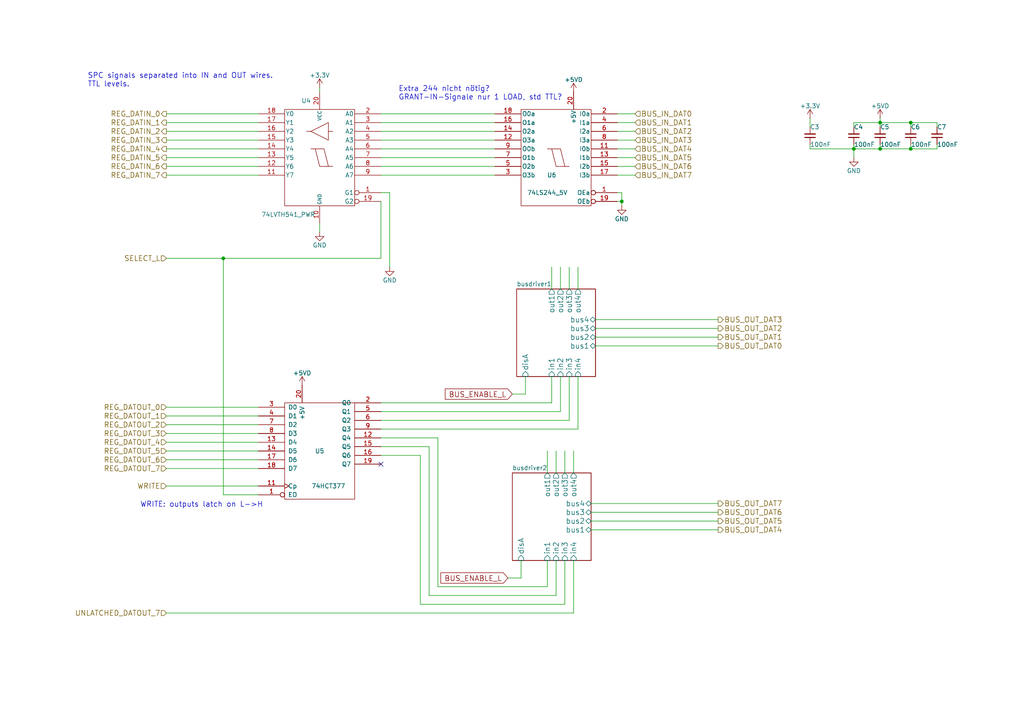
<source format=kicad_sch>
(kicad_sch (version 20231120) (generator "eeschema") (generator_version "8.0")
  (paper "A4")
  (lib_symbols
    (symbol "Device:C_Small" (pin_numbers hide) (pin_names (offset 0.254) hide)
      (property "Reference" "C" (at 0.254 1.778 0))
      (property "Value" "C_Small" (at 0.254 -2.032 0))
      (symbol "C_Small_0_1"
        (polyline (pts (xy -1.524 -0.508) (xy 1.524 -0.508)) (stroke (width 0.3302)))
        (polyline (pts (xy -1.524 0.508) (xy 1.524 0.508)) (stroke (width 0.3048)))
      )
      (symbol "C_Small_1_1"
        (pin passive line (at 0 2.54 270) (length 2.032) (name "~") (number "1"))
        (pin passive line (at 0 -2.54 90) (length 2.032) (name "~") (number "2"))
      )
    )
    (symbol "jh:74LS244_5V" (pin_names (offset 0.254))
      (property "Reference" "U" (at 1.27 -5.08 0))
      (property "Value" "74LS244_5V" (at 2.54 -10.16 0))
      (symbol "74LS244_5V_0_0"
        (pin power_in line (at -7.62 -13.97 90) (length 0) hide (name "GND") (number "10"))
        (pin power_in line (at -5.08 19.05 270) (length 5.0038) (name "+5V") (number "20"))
      )
      (symbol "74LS244_5V_0_1"
        (rectangle (start -10.16 13.97) (end 10.16 -13.97))
        (polyline (pts (xy 1.27 2.54) (xy 0 -2.54) (xy -2.54 -2.54)))
        (polyline (pts (xy 2.54 2.54) (xy -1.27 2.54) (xy -2.54 -2.54) (xy -3.81 -2.54)))
      )
      (symbol "74LS244_5V_1_1"
        (pin input inverted (at -17.78 -10.16 0) (length 7.62) (name "OEa") (number "1"))
        (pin input line (at -17.78 2.54 0) (length 7.62) (name "I0b") (number "11"))
        (pin tri_state line (at 17.78 5.08 180) (length 7.62) (name "O3a") (number "12"))
        (pin input line (at -17.78 0 0) (length 7.62) (name "I1b") (number "13"))
        (pin tri_state line (at 17.78 7.62 180) (length 7.62) (name "O2a") (number "14"))
        (pin input line (at -17.78 -2.54 0) (length 7.62) (name "I2b") (number "15"))
        (pin tri_state line (at 17.78 10.16 180) (length 7.62) (name "O1a") (number "16"))
        (pin input line (at -17.78 -5.08 0) (length 7.62) (name "I3b") (number "17"))
        (pin tri_state line (at 17.78 12.7 180) (length 7.62) (name "O0a") (number "18"))
        (pin input inverted (at -17.78 -12.7 0) (length 7.62) (name "OEb") (number "19"))
        (pin input line (at -17.78 12.7 0) (length 7.62) (name "I0a") (number "2"))
        (pin tri_state line (at 17.78 -5.08 180) (length 7.62) (name "O3b") (number "3"))
        (pin input line (at -17.78 10.16 0) (length 7.62) (name "I1a") (number "4"))
        (pin tri_state line (at 17.78 -2.54 180) (length 7.62) (name "O2b") (number "5"))
        (pin input line (at -17.78 7.62 0) (length 7.62) (name "I2a") (number "6"))
        (pin tri_state line (at 17.78 0 180) (length 7.62) (name "O1b") (number "7"))
        (pin input line (at -17.78 5.08 0) (length 7.62) (name "I3a") (number "8"))
        (pin tri_state line (at 17.78 2.54 180) (length 7.62) (name "O0b") (number "9"))
      )
    )
    (symbol "jh:74LS377_5V" (pin_names (offset 1.016))
      (property "Reference" "U" (at 0 0 0))
      (property "Value" "74LS377_5V" (at 2.54 -10.16 0))
      (symbol "74LS377_5V_0_0"
        (pin power_in line (at -7.62 -13.97 90) (length 0) hide (name "GND") (number "10"))
        (pin power_in line (at -5.08 19.05 270) (length 5.0038) (name "+5V") (number "20"))
      )
      (symbol "74LS377_5V_0_1"
        (rectangle (start -10.16 13.97) (end 10.16 -13.97))
      )
      (symbol "74LS377_5V_1_1"
        (pin input inverted (at -17.78 -12.7 0) (length 7.62) (name "EO") (number "1"))
        (pin input clock (at -17.78 -10.16 0) (length 7.62) (name "Cp") (number "11"))
        (pin output line (at 17.78 3.81 180) (length 7.62) (name "Q4") (number "12"))
        (pin input line (at -17.78 2.54 0) (length 7.62) (name "D4") (number "13"))
        (pin input line (at -17.78 0 0) (length 7.62) (name "D5") (number "14"))
        (pin output line (at 17.78 1.27 180) (length 7.62) (name "Q5") (number "15"))
        (pin output line (at 17.78 -1.27 180) (length 7.62) (name "Q6") (number "16"))
        (pin input line (at -17.78 -2.54 0) (length 7.62) (name "D6") (number "17"))
        (pin input line (at -17.78 -5.08 0) (length 7.62) (name "D7") (number "18"))
        (pin output line (at 17.78 -3.81 180) (length 7.62) (name "Q7") (number "19"))
        (pin output line (at 17.78 13.97 180) (length 7.62) (name "Q0") (number "2"))
        (pin input line (at -17.78 12.7 0) (length 7.62) (name "D0") (number "3"))
        (pin input line (at -17.78 10.16 0) (length 7.62) (name "D1") (number "4"))
        (pin output line (at 17.78 11.43 180) (length 7.62) (name "Q1") (number "5"))
        (pin output line (at 17.78 8.89 180) (length 7.62) (name "Q2") (number "6"))
        (pin input line (at -17.78 7.62 0) (length 7.62) (name "D2") (number "7"))
        (pin input line (at -17.78 5.08 0) (length 7.62) (name "D3") (number "8"))
        (pin output line (at 17.78 6.35 180) (length 7.62) (name "Q3") (number "9"))
      )
    )
    (symbol "jh:74LVTH541_PWR" (pin_names (offset 0.254))
      (property "Reference" "U" (at 2.54 16.51 0))
      (property "Value" "74LVTH541_PWR" (at 1.27 -16.51 0))
      (symbol "74LVTH541_PWR_0_0"
        (pin power_in line (at 0 -19.05 90) (length 5.08) (name "GND") (number "10"))
        (pin power_in line (at 0 19.05 270) (length 5.08) (name "VCC") (number "20"))
      )
      (symbol "74LVTH541_PWR_0_1"
        (rectangle (start -10.16 13.97) (end 10.16 -13.97))
        (polyline (pts (xy -2.54 7.62) (xy -3.81 7.62)))
        (polyline (pts (xy 2.54 7.62) (xy 3.81 7.62)))
        (polyline (pts (xy 1.27 2.54) (xy 0 -2.54) (xy -2.54 -2.54)))
        (polyline (pts (xy -2.54 10.16) (xy -2.54 5.08) (xy 2.54 7.62) (xy -2.54 10.16)))
        (polyline (pts (xy 2.54 2.54) (xy -1.27 2.54) (xy -2.54 -2.54) (xy -3.81 -2.54)))
      )
      (symbol "74LVTH541_PWR_1_1"
        (pin input inverted (at -17.78 -10.16 0) (length 7.62) (name "G1") (number "1"))
        (pin tri_state line (at 17.78 -5.08 180) (length 7.62) (name "Y7") (number "11"))
        (pin tri_state line (at 17.78 -2.54 180) (length 7.62) (name "Y6") (number "12"))
        (pin tri_state line (at 17.78 0 180) (length 7.62) (name "Y5") (number "13"))
        (pin tri_state line (at 17.78 2.54 180) (length 7.62) (name "Y4") (number "14"))
        (pin tri_state line (at 17.78 5.08 180) (length 7.62) (name "Y3") (number "15"))
        (pin tri_state line (at 17.78 7.62 180) (length 7.62) (name "Y2") (number "16"))
        (pin tri_state line (at 17.78 10.16 180) (length 7.62) (name "Y1") (number "17"))
        (pin tri_state line (at 17.78 12.7 180) (length 7.62) (name "Y0") (number "18"))
        (pin input inverted (at -17.78 -12.7 0) (length 7.62) (name "G2") (number "19"))
        (pin input line (at -17.78 12.7 0) (length 7.62) (name "A0") (number "2"))
        (pin input line (at -17.78 10.16 0) (length 7.62) (name "A1") (number "3"))
        (pin input line (at -17.78 7.62 0) (length 7.62) (name "A2") (number "4"))
        (pin input line (at -17.78 5.08 0) (length 7.62) (name "A3") (number "5"))
        (pin input line (at -17.78 2.54 0) (length 7.62) (name "A4") (number "6"))
        (pin input line (at -17.78 0 0) (length 7.62) (name "A5") (number "7"))
        (pin input line (at -17.78 -2.54 0) (length 7.62) (name "A6") (number "8"))
        (pin input line (at -17.78 -5.08 0) (length 7.62) (name "A7") (number "9"))
      )
    )
    (symbol "power:+3.3V" (power) (pin_numbers hide) (pin_names (offset 0) hide)
      (property "Value" "+3.3V" (at 0 3.556 0))
      (symbol "+3.3V_0_1"
        (polyline (pts (xy -0.762 1.27) (xy 0 2.54)))
        (polyline (pts (xy 0 0) (xy 0 2.54)))
        (polyline (pts (xy 0 2.54) (xy 0.762 1.27)))
      )
      (symbol "+3.3V_1_1"
        (pin power_in line (at 0 0 90) (length 0) (name "~") (number "1"))
      )
    )
    (symbol "power:+5VD" (power) (pin_numbers hide) (pin_names (offset 0) hide)
      (property "Value" "+5VD" (at 0 3.556 0))
      (symbol "+5VD_0_1"
        (polyline (pts (xy -0.762 1.27) (xy 0 2.54)))
        (polyline (pts (xy 0 0) (xy 0 2.54)))
        (polyline (pts (xy 0 2.54) (xy 0.762 1.27)))
      )
      (symbol "+5VD_1_1"
        (pin power_in line (at 0 0 90) (length 0) (name "~") (number "1"))
      )
    )
    (symbol "power:GND" (power) (pin_numbers hide) (pin_names (offset 0) hide)
      (property "Value" "GND" (at 0 -3.81 0))
      (symbol "GND_0_1"
        (polyline (pts (xy 0 0) (xy 0 -1.27) (xy 1.27 -1.27) (xy 0 -2.54) (xy -1.27 -1.27) (xy 0 -1.27)))
      )
      (symbol "GND_1_1"
        (pin power_in line (at 0 0 270) (length 0) (name "~") (number "1"))
      )
    )
  )
  (junction (at 180.34 58.42))
  (junction (at 247.65 43.18))
  (junction (at 64.77 74.93))
  (junction (at 255.27 43.18))
  (junction (at 264.16 43.18))
  (junction (at 255.27 35.56))
  (junction (at 264.16 35.56))
  (no_connect (at 110.49 134.62))
  (wire (pts (xy 48.26 177.8) (xy 166.37 177.8)))
  (wire (pts (xy 110.49 38.1) (xy 143.51 38.1)))
  (wire (pts (xy 127 170.18) (xy 127 127)))
  (wire (pts (xy 92.71 64.77) (xy 92.71 67.31)))
  (wire (pts (xy 48.26 120.65) (xy 74.93 120.65)))
  (wire (pts (xy 48.26 133.35) (xy 74.93 133.35)))
  (wire (pts (xy 74.93 135.89) (xy 48.26 135.89)))
  (wire (pts (xy 48.26 74.93) (xy 64.77 74.93)))
  (wire (pts (xy 171.45 148.59) (xy 208.28 148.59)))
  (wire (pts (xy 48.26 130.81) (xy 74.93 130.81)))
  (wire (pts (xy 121.92 132.08) (xy 110.49 132.08)))
  (wire (pts (xy 151.13 167.64) (xy 151.13 162.56)))
  (wire (pts (xy 179.07 40.64) (xy 184.15 40.64)))
  (wire (pts (xy 148.59 114.3) (xy 152.4 114.3)))
  (wire (pts (xy 127 127) (xy 110.49 127)))
  (wire (pts (xy 110.49 35.56) (xy 143.51 35.56)))
  (wire (pts (xy 172.72 97.79) (xy 208.28 97.79)))
  (wire (pts (xy 64.77 74.93) (xy 110.49 74.93)))
  (wire (pts (xy 184.15 45.72) (xy 179.07 45.72)))
  (wire (pts (xy 162.56 119.38) (xy 162.56 109.22)))
  (wire (pts (xy 165.1 77.47) (xy 165.1 83.82)))
  (wire (pts (xy 152.4 109.22) (xy 152.4 114.3)))
  (wire (pts (xy 147.32 167.64) (xy 151.13 167.64)))
  (wire (pts (xy 110.49 43.18) (xy 143.51 43.18)))
  (wire (pts (xy 264.16 35.56) (xy 271.78 35.56)))
  (wire (pts (xy 158.75 162.56) (xy 158.75 170.18)))
  (wire (pts (xy 171.45 153.67) (xy 208.28 153.67)))
  (wire (pts (xy 167.64 124.46) (xy 167.64 109.22)))
  (wire (pts (xy 110.49 74.93) (xy 110.49 58.42)))
  (wire (pts (xy 255.27 35.56) (xy 255.27 36.83)))
  (wire (pts (xy 264.16 35.56) (xy 264.16 36.83)))
  (wire (pts (xy 255.27 43.18) (xy 264.16 43.18)))
  (wire (pts (xy 48.26 45.72) (xy 74.93 45.72)))
  (wire (pts (xy 180.34 58.42) (xy 179.07 58.42)))
  (wire (pts (xy 48.26 40.64) (xy 74.93 40.64)))
  (wire (pts (xy 124.46 129.54) (xy 110.49 129.54)))
  (wire (pts (xy 110.49 40.64) (xy 143.51 40.64)))
  (wire (pts (xy 184.15 50.8) (xy 179.07 50.8)))
  (wire (pts (xy 163.83 175.26) (xy 163.83 162.56)))
  (wire (pts (xy 110.49 119.38) (xy 162.56 119.38)))
  (wire (pts (xy 121.92 175.26) (xy 163.83 175.26)))
  (wire (pts (xy 179.07 38.1) (xy 184.15 38.1)))
  (wire (pts (xy 48.26 48.26) (xy 74.93 48.26)))
  (wire (pts (xy 113.03 55.88) (xy 113.03 77.47)))
  (wire (pts (xy 271.78 43.18) (xy 271.78 41.91)))
  (wire (pts (xy 172.72 95.25) (xy 208.28 95.25)))
  (wire (pts (xy 171.45 146.05) (xy 208.28 146.05)))
  (wire (pts (xy 158.75 170.18) (xy 127 170.18)))
  (wire (pts (xy 179.07 33.02) (xy 184.15 33.02)))
  (wire (pts (xy 121.92 175.26) (xy 121.92 132.08)))
  (wire (pts (xy 247.65 43.18) (xy 247.65 45.72)))
  (wire (pts (xy 110.49 33.02) (xy 143.51 33.02)))
  (wire (pts (xy 179.07 43.18) (xy 184.15 43.18)))
  (wire (pts (xy 247.65 35.56) (xy 255.27 35.56)))
  (wire (pts (xy 124.46 172.72) (xy 124.46 129.54)))
  (wire (pts (xy 160.02 77.47) (xy 160.02 83.82)))
  (wire (pts (xy 167.64 77.47) (xy 167.64 83.82)))
  (wire (pts (xy 92.71 25.4) (xy 92.71 26.67)))
  (wire (pts (xy 48.26 33.02) (xy 74.93 33.02)))
  (wire (pts (xy 158.75 130.81) (xy 158.75 137.16)))
  (wire (pts (xy 48.26 123.19) (xy 74.93 123.19)))
  (wire (pts (xy 180.34 58.42) (xy 180.34 59.69)))
  (wire (pts (xy 143.51 48.26) (xy 110.49 48.26)))
  (wire (pts (xy 264.16 43.18) (xy 271.78 43.18)))
  (wire (pts (xy 110.49 55.88) (xy 113.03 55.88)))
  (wire (pts (xy 247.65 36.83) (xy 247.65 35.56)))
  (wire (pts (xy 255.27 34.29) (xy 255.27 35.56)))
  (wire (pts (xy 162.56 77.47) (xy 162.56 83.82)))
  (wire (pts (xy 255.27 41.91) (xy 255.27 43.18)))
  (wire (pts (xy 48.26 128.27) (xy 74.93 128.27)))
  (wire (pts (xy 110.49 124.46) (xy 167.64 124.46)))
  (wire (pts (xy 166.37 130.81) (xy 166.37 137.16)))
  (wire (pts (xy 64.77 143.51) (xy 64.77 74.93)))
  (wire (pts (xy 180.34 55.88) (xy 179.07 55.88)))
  (wire (pts (xy 124.46 172.72) (xy 161.29 172.72)))
  (wire (pts (xy 247.65 41.91) (xy 247.65 43.18)))
  (wire (pts (xy 48.26 43.18) (xy 74.93 43.18)))
  (wire (pts (xy 48.26 38.1) (xy 74.93 38.1)))
  (wire (pts (xy 110.49 121.92) (xy 165.1 121.92)))
  (wire (pts (xy 48.26 50.8) (xy 74.93 50.8)))
  (wire (pts (xy 48.26 118.11) (xy 74.93 118.11)))
  (wire (pts (xy 180.34 55.88) (xy 180.34 58.42)))
  (wire (pts (xy 160.02 109.22) (xy 160.02 116.84)))
  (wire (pts (xy 110.49 45.72) (xy 143.51 45.72)))
  (wire (pts (xy 234.95 43.18) (xy 234.95 41.91)))
  (wire (pts (xy 166.37 177.8) (xy 166.37 162.56)))
  (wire (pts (xy 172.72 92.71) (xy 208.28 92.71)))
  (wire (pts (xy 48.26 125.73) (xy 74.93 125.73)))
  (wire (pts (xy 234.95 43.18) (xy 247.65 43.18)))
  (wire (pts (xy 184.15 48.26) (xy 179.07 48.26)))
  (wire (pts (xy 74.93 143.51) (xy 64.77 143.51)))
  (wire (pts (xy 234.95 34.29) (xy 234.95 36.83)))
  (wire (pts (xy 271.78 35.56) (xy 271.78 36.83)))
  (wire (pts (xy 48.26 35.56) (xy 74.93 35.56)))
  (wire (pts (xy 161.29 172.72) (xy 161.29 162.56)))
  (wire (pts (xy 165.1 121.92) (xy 165.1 109.22)))
  (wire (pts (xy 163.83 130.81) (xy 163.83 137.16)))
  (wire (pts (xy 255.27 35.56) (xy 264.16 35.56)))
  (wire (pts (xy 247.65 43.18) (xy 255.27 43.18)))
  (wire (pts (xy 172.72 100.33) (xy 208.28 100.33)))
  (wire (pts (xy 160.02 116.84) (xy 110.49 116.84)))
  (wire (pts (xy 161.29 130.81) (xy 161.29 137.16)))
  (wire (pts (xy 110.49 50.8) (xy 143.51 50.8)))
  (wire (pts (xy 179.07 35.56) (xy 184.15 35.56)))
  (wire (pts (xy 171.45 151.13) (xy 208.28 151.13)))
  (wire (pts (xy 264.16 43.18) (xy 264.16 41.91)))
  (wire (pts (xy 74.93 140.97) (xy 48.26 140.97)))
  (text "WRITE: outputs latch on L->H" (at 40.64 147.32 0) (effects (font (size 1.524 1.524)) (justify left bottom)))
  (text "SPC signals separated into IN and OUT wires.\nTTL levels." (at 25.4 25.4 0) (effects (font (size 1.524 1.524)) (justify left bottom)))
  (text "Extra 244 nicht nötig?\nGRANT-IN-Signale nur 1 LOAD, std TTL?" (at 115.57 29.21 0) (effects (font (size 1.524 1.524)) (justify left bottom)))
  (global_label "BUS_ENABLE_L" (shape input) (at 148.59 114.3 180) (effects (font (size 1.524 1.524))) (property "Intersheetrefs" "${INTERSHEET_REFS}" (effects (hide yes))))
  (global_label "BUS_ENABLE_L" (shape input) (at 147.32 167.64 180) (effects (font (size 1.524 1.524))) (property "Intersheetrefs" "${INTERSHEET_REFS}" (effects (hide yes))))
  (hierarchical_label "REG_DATOUT_5" (shape input) (at 48.26 130.81 180) (effects (font (size 1.4986 1.4986))))
  (hierarchical_label "BUS_IN_DAT4" (shape input) (at 184.15 43.18 0) (effects (font (size 1.524 1.524))))
  (hierarchical_label "BUS_IN_DAT7" (shape input) (at 184.15 50.8 0) (effects (font (size 1.524 1.524))))
  (hierarchical_label "BUS_OUT_DAT3" (shape output) (at 208.28 92.71 0) (effects (font (size 1.524 1.524))))
  (hierarchical_label "REG_DATIN_4" (shape output) (at 48.26 43.18 180) (effects (font (size 1.4986 1.4986))))
  (hierarchical_label "BUS_OUT_DAT1" (shape output) (at 208.28 97.79 0) (effects (font (size 1.524 1.524))))
  (hierarchical_label "REG_DATOUT_1" (shape input) (at 48.26 120.65 180) (effects (font (size 1.4986 1.4986))))
  (hierarchical_label "BUS_OUT_DAT5" (shape output) (at 208.28 151.13 0) (effects (font (size 1.524 1.524))))
  (hierarchical_label "SELECT_L" (shape input) (at 48.26 74.93 180) (effects (font (size 1.4986 1.4986))))
  (hierarchical_label "BUS_IN_DAT0" (shape input) (at 184.15 33.02 0) (effects (font (size 1.524 1.524))))
  (hierarchical_label "REG_DATIN_3" (shape output) (at 48.26 40.64 180) (effects (font (size 1.4986 1.4986))))
  (hierarchical_label "BUS_IN_DAT3" (shape input) (at 184.15 40.64 0) (effects (font (size 1.524 1.524))))
  (hierarchical_label "BUS_IN_DAT1" (shape input) (at 184.15 35.56 0) (effects (font (size 1.524 1.524))))
  (hierarchical_label "BUS_OUT_DAT2" (shape output) (at 208.28 95.25 0) (effects (font (size 1.524 1.524))))
  (hierarchical_label "REG_DATIN_2" (shape output) (at 48.26 38.1 180) (effects (font (size 1.4986 1.4986))))
  (hierarchical_label "REG_DATOUT_7" (shape input) (at 48.26 135.89 180) (effects (font (size 1.4986 1.4986))))
  (hierarchical_label "REG_DATIN_0" (shape output) (at 48.26 33.02 180) (effects (font (size 1.4986 1.4986))))
  (hierarchical_label "REG_DATOUT_4" (shape input) (at 48.26 128.27 180) (effects (font (size 1.4986 1.4986))))
  (hierarchical_label "BUS_OUT_DAT6" (shape output) (at 208.28 148.59 0) (effects (font (size 1.524 1.524))))
  (hierarchical_label "REG_DATIN_5" (shape output) (at 48.26 45.72 180) (effects (font (size 1.4986 1.4986))))
  (hierarchical_label "BUS_OUT_DAT0" (shape output) (at 208.28 100.33 0) (effects (font (size 1.524 1.524))))
  (hierarchical_label "REG_DATOUT_2" (shape input) (at 48.26 123.19 180) (effects (font (size 1.4986 1.4986))))
  (hierarchical_label "REG_DATOUT_6" (shape input) (at 48.26 133.35 180) (effects (font (size 1.4986 1.4986))))
  (hierarchical_label "BUS_IN_DAT5" (shape input) (at 184.15 45.72 0) (effects (font (size 1.524 1.524))))
  (hierarchical_label "REG_DATOUT_3" (shape input) (at 48.26 125.73 180) (effects (font (size 1.4986 1.4986))))
  (hierarchical_label "BUS_IN_DAT2" (shape input) (at 184.15 38.1 0) (effects (font (size 1.524 1.524))))
  (hierarchical_label "WRITE" (shape input) (at 48.26 140.97 180) (effects (font (size 1.524 1.524))))
  (hierarchical_label "BUS_OUT_DAT4" (shape output) (at 208.28 153.67 0) (effects (font (size 1.524 1.524))))
  (hierarchical_label "BUS_IN_DAT6" (shape input) (at 184.15 48.26 0) (effects (font (size 1.524 1.524))))
  (hierarchical_label "REG_DATIN_7" (shape output) (at 48.26 50.8 180) (effects (font (size 1.4986 1.4986))))
  (hierarchical_label "BUS_OUT_DAT7" (shape output) (at 208.28 146.05 0) (effects (font (size 1.524 1.524))))
  (hierarchical_label "REG_DATOUT_0" (shape input) (at 48.26 118.11 180) (effects (font (size 1.4986 1.4986))))
  (hierarchical_label "REG_DATIN_1" (shape output) (at 48.26 35.56 180) (effects (font (size 1.4986 1.4986))))
  (hierarchical_label "UNLATCHED_DATOUT_7" (shape input) (at 48.26 177.8 180) (effects (font (size 1.4986 1.4986))))
  (hierarchical_label "REG_DATIN_6" (shape output) (at 48.26 48.26 180) (effects (font (size 1.4986 1.4986))))
  (symbol (lib_id "power:+3.3V") (at 92.71 25.4 0) (unit 1)
    (property "Reference" "#PWR087" (effects (hide yes)))
    (property "Value" "+3.3V" (at 92.71 21.844 0))
    (property "Description" "Power symbol creates a global label with name \"+3.3V\"" (effects (hide yes)))
  )
  (symbol (lib_id "power:GND") (at 92.71 67.31 0) (unit 1)
    (property "Reference" "#PWR088" (effects (hide yes)))
    (property "Value" "GND" (at 92.71 71.12 0))
    (property "Description" "Power symbol creates a global label with name \"GND\" , ground" (effects (hide yes)))
  )
  (symbol (lib_id "power:GND") (at 180.34 59.69 0) (unit 1)
    (property "Reference" "#PWR089" (effects (hide yes)))
    (property "Value" "GND" (at 180.34 63.5 0))
    (property "Description" "Power symbol creates a global label with name \"GND\" , ground" (effects (hide yes)))
  )
  (symbol (lib_id "jh:74LS244_5V") (at 161.29 45.72 0) (mirror y) (unit 1)
    (property "Reference" "U6" (at 160.02 50.8 0))
    (property "Value" "74LS244_5V" (at 158.75 55.88 0))
    (property "Footprint" "Package_DIP:DIP-20_W7.62mm" (effects (hide yes)))
    (property "Description" "8 bits Bus Buffer 3 State out" (effects (hide yes)))
  )
  (symbol (lib_id "jh:74LS377_5V") (at 92.71 130.81 0) (unit 1)
    (property "Reference" "U5" (at 92.71 130.81 0))
    (property "Value" "74HCT377" (at 95.25 140.97 0))
    (property "Footprint" "Package_SO:SOIC-20W_7.5x12.8mm_P1.27mm" (effects (hide yes)))
    (property "Description" "8 bit Register" (effects (hide yes)))
    (property "LCSC" "C547627" (effects (hide yes)))
  )
  (symbol (lib_id "jh:74LVTH541_PWR") (at 92.71 45.72 0) (mirror y) (unit 1)
    (property "Reference" "U4" (at 90.17 29.21 0) (effects (justify left)))
    (property "Value" "74LVTH541_PWR" (at 91.44 62.23 0) (effects (justify left)))
    (property "Footprint" "Package_SO:SOIC-20W_7.5x12.8mm_P1.27mm" (effects (hide yes)))
    (property "Description" "8bits Buffer/Line Driver 3 state Out" (effects (hide yes)))
    (property "LCSC" "C1548542" (effects (hide yes)))
  )
  (symbol (lib_id "Device:C_Small") (at 234.95 39.37 0) (mirror x) (unit 1)
    (property "Reference" "C3" (at 234.95 36.83 0) (effects (justify left)))
    (property "Value" "100nF" (at 234.95 41.91 0) (effects (justify left)))
    (property "Footprint" "Capacitor_SMD:C_0805_2012Metric" (effects (hide yes)))
    (property "Description" "Unpolarized capacitor, small symbol" (effects (hide yes)))
    (property "LCSC" "C49678" (effects (hide yes)))
  )
  (symbol (lib_id "Device:C_Small") (at 247.65 39.37 0) (mirror x) (unit 1)
    (property "Reference" "C4" (at 247.65 36.83 0) (effects (justify left)))
    (property "Value" "100nF" (at 247.65 41.91 0) (effects (justify left)))
    (property "Footprint" "Capacitor_SMD:C_0805_2012Metric" (effects (hide yes)))
    (property "Description" "Unpolarized capacitor, small symbol" (effects (hide yes)))
    (property "LCSC" "C49678" (effects (hide yes)))
  )
  (symbol (lib_id "Device:C_Small") (at 255.27 39.37 0) (mirror x) (unit 1)
    (property "Reference" "C5" (at 255.27 36.83 0) (effects (justify left)))
    (property "Value" "100nF" (at 255.27 41.91 0) (effects (justify left)))
    (property "Footprint" "Capacitor_SMD:C_0805_2012Metric" (effects (hide yes)))
    (property "Description" "Unpolarized capacitor, small symbol" (effects (hide yes)))
    (property "LCSC" "C49678" (effects (hide yes)))
  )
  (symbol (lib_id "Device:C_Small") (at 264.16 39.37 0) (mirror x) (unit 1)
    (property "Reference" "C6" (at 264.16 36.83 0) (effects (justify left)))
    (property "Value" "100nF" (at 264.16 41.91 0) (effects (justify left)))
    (property "Footprint" "Capacitor_SMD:C_0805_2012Metric" (effects (hide yes)))
    (property "Description" "Unpolarized capacitor, small symbol" (effects (hide yes)))
    (property "LCSC" "C49678" (effects (hide yes)))
  )
  (symbol (lib_id "power:GND") (at 247.65 45.72 0) (unit 1)
    (property "Reference" "#PWR090" (effects (hide yes)))
    (property "Value" "GND" (at 247.65 49.53 0))
    (property "Description" "Power symbol creates a global label with name \"GND\" , ground" (effects (hide yes)))
  )
  (symbol (lib_id "power:+3.3V") (at 234.95 34.29 0) (unit 1)
    (property "Reference" "#PWR091" (effects (hide yes)))
    (property "Value" "+3.3V" (at 234.95 30.734 0))
    (property "Description" "Power symbol creates a global label with name \"+3.3V\"" (effects (hide yes)))
  )
  (symbol (lib_id "Device:C_Small") (at 271.78 39.37 0) (mirror x) (unit 1)
    (property "Reference" "C7" (at 271.78 36.83 0) (effects (justify left)))
    (property "Value" "100nF" (at 271.78 41.91 0) (effects (justify left)))
    (property "Footprint" "Capacitor_SMD:C_0805_2012Metric" (effects (hide yes)))
    (property "Description" "Unpolarized capacitor, small symbol" (effects (hide yes)))
    (property "LCSC" "C49678" (effects (hide yes)))
  )
  (symbol (lib_id "power:+5VD") (at 166.37 26.67 0) (unit 1)
    (property "Reference" "#PWR092" (effects (hide yes)))
    (property "Value" "+5VD" (at 166.37 23.114 0))
    (property "Description" "Power symbol creates a global label with name \"+5VD\"" (effects (hide yes)))
  )
  (symbol (lib_id "power:+5VD") (at 87.63 111.76 0) (unit 1)
    (property "Reference" "#PWR093" (effects (hide yes)))
    (property "Value" "+5VD" (at 87.63 108.204 0))
    (property "Description" "Power symbol creates a global label with name \"+5VD\"" (effects (hide yes)))
  )
  (symbol (lib_id "power:+5VD") (at 255.27 34.29 0) (unit 1)
    (property "Reference" "#PWR096" (effects (hide yes)))
    (property "Value" "+5VD" (at 255.27 30.734 0))
    (property "Description" "Power symbol creates a global label with name \"+5VD\"" (effects (hide yes)))
  )
  (symbol (lib_id "power:GND") (at 113.03 77.47 0) (unit 1)
    (property "Reference" "#PWR098" (effects (hide yes)))
    (property "Value" "GND" (at 113.03 81.28 0))
    (property "Description" "Power symbol creates a global label with name \"GND\" , ground" (effects (hide yes)))
  )
  (sheet (at 148.59 137.16) (size 22.86 25.4) (stroke (width 0.1524))
    (property "Sheetname" "busdriver2" (at 148.59 136.4484 0) (effects (justify left bottom)))
    (property "Sheetfile" "busdriver.kicad_sch" (effects (hide yes)))
    (pin "in3" input (at 163.83 162.56 270) (effects (font (size 1.524 1.524))))
    (pin "in1" input (at 158.75 162.56 270) (effects (font (size 1.524 1.524))))
    (pin "in2" input (at 161.29 162.56 270) (effects (font (size 1.524 1.524))))
    (pin "disA" input (at 151.13 162.56 270) (effects (font (size 1.524 1.524))))
    (pin "in4" input (at 166.37 162.56 270) (effects (font (size 1.524 1.524))))
    (pin "bus2" bidirectional (at 171.45 151.13 0) (effects (font (size 1.524 1.524))))
    (pin "bus3" bidirectional (at 171.45 148.59 0) (effects (font (size 1.524 1.524))))
    (pin "bus4" bidirectional (at 171.45 146.05 0) (effects (font (size 1.524 1.524))))
    (pin "bus1" bidirectional (at 171.45 153.67 0) (effects (font (size 1.524 1.524))))
    (pin "out1" output (at 158.75 137.16 90) (effects (font (size 1.524 1.524))))
    (pin "out2" output (at 161.29 137.16 90) (effects (font (size 1.524 1.524))))
    (pin "out3" output (at 163.83 137.16 90) (effects (font (size 1.524 1.524))))
    (pin "out4" output (at 166.37 137.16 90) (effects (font (size 1.524 1.524))))
  )
  (sheet (at 149.86 83.82) (size 22.86 25.4) (stroke (width 0.1524))
    (property "Sheetname" "busdriver1" (at 149.86 83.1084 0) (effects (justify left bottom)))
    (property "Sheetfile" "busdriver.kicad_sch" (effects (hide yes)))
    (pin "in3" input (at 165.1 109.22 270) (effects (font (size 1.524 1.524))))
    (pin "in1" input (at 160.02 109.22 270) (effects (font (size 1.524 1.524))))
    (pin "in2" input (at 162.56 109.22 270) (effects (font (size 1.524 1.524))))
    (pin "disA" input (at 152.4 109.22 270) (effects (font (size 1.524 1.524))))
    (pin "in4" input (at 167.64 109.22 270) (effects (font (size 1.524 1.524))))
    (pin "bus2" bidirectional (at 172.72 97.79 0) (effects (font (size 1.524 1.524))))
    (pin "bus3" bidirectional (at 172.72 95.25 0) (effects (font (size 1.524 1.524))))
    (pin "bus4" bidirectional (at 172.72 92.71 0) (effects (font (size 1.524 1.524))))
    (pin "bus1" bidirectional (at 172.72 100.33 0) (effects (font (size 1.524 1.524))))
    (pin "out1" output (at 160.02 83.82 90) (effects (font (size 1.524 1.524))))
    (pin "out2" output (at 162.56 83.82 90) (effects (font (size 1.524 1.524))))
    (pin "out3" output (at 165.1 83.82 90) (effects (font (size 1.524 1.524))))
    (pin "out4" output (at 167.64 83.82 90) (effects (font (size 1.524 1.524))))
  )
)
</source>
